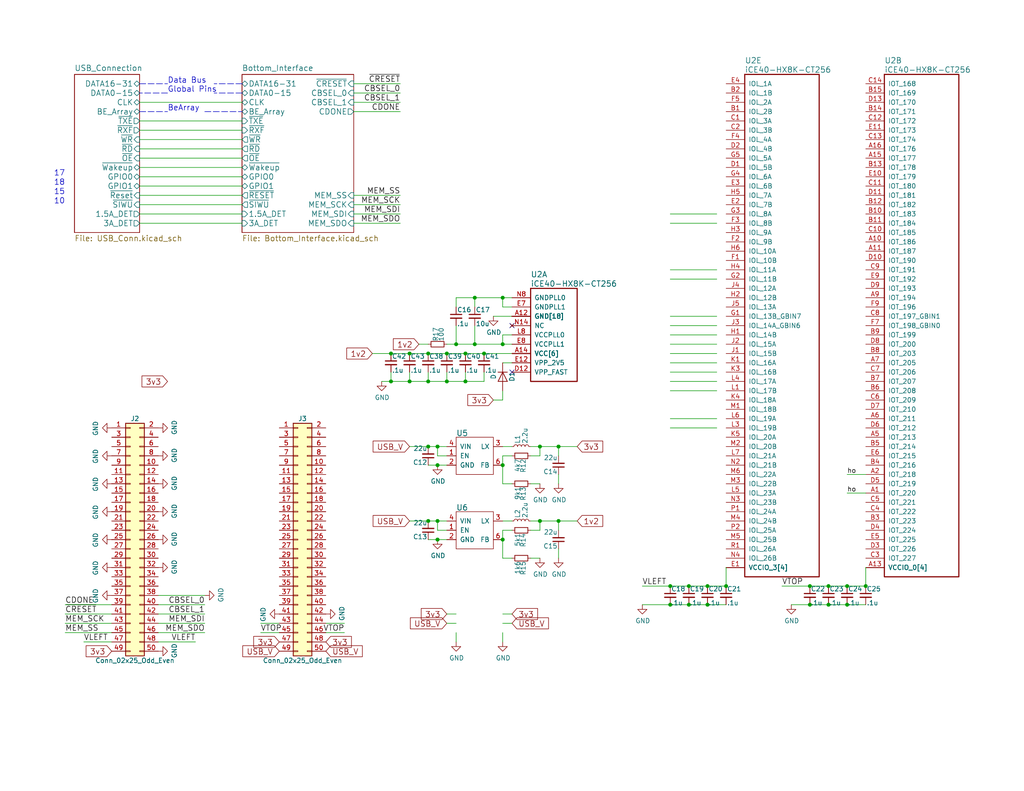
<source format=kicad_sch>
(kicad_sch (version 20211123) (generator eeschema)
  (paper "USLetter")
  (lib_symbols
    (symbol "Super_Blaster_v0.1-rescue:C_Small-Super_Blaster_v0.1-rescue" (pin_numbers hide) (pin_names (offset 0.254) hide)
      (property "Reference" "C" (at 0.254 1.778 0))
      (property "Value" "C_Small-Super_Blaster_v0.1-rescue" (at 0.254 -2.032 0))
      (symbol "C_Small-Super_Blaster_v0.1-rescue_1_1"
        (pin passive line (at 0 2.54 270) (length 2.032) (name "~") (number "1"))
        (pin passive line (at 0 -2.54 90) (length 2.032) (name "~") (number "2"))
      )
    )
    (symbol "Super_Blaster_v0.1-rescue:Conn_02x25_Odd_Even-Super_Blaster_v0.1-rescue" (pin_names (offset 1.016) hide)
      (property "Reference" "J" (at 1.27 33.02 0))
      (property "Value" "Conn_02x25_Odd_Even-Super_Blaster_v0.1-rescue" (at 1.27 -33.02 0))
      (symbol "Conn_02x25_Odd_Even-Super_Blaster_v0.1-rescue_1_1"
        (pin passive line (at -5.08 30.48 0) (length 3.81) (name "Pin_1") (number "1"))
        (pin passive line (at 7.62 20.32 180) (length 3.81) (name "Pin_10") (number "10"))
        (pin passive line (at -5.08 17.78 0) (length 3.81) (name "Pin_11") (number "11"))
        (pin passive line (at 7.62 17.78 180) (length 3.81) (name "Pin_12") (number "12"))
        (pin passive line (at -5.08 15.24 0) (length 3.81) (name "Pin_13") (number "13"))
        (pin passive line (at 7.62 15.24 180) (length 3.81) (name "Pin_14") (number "14"))
        (pin passive line (at -5.08 12.7 0) (length 3.81) (name "Pin_15") (number "15"))
        (pin passive line (at 7.62 12.7 180) (length 3.81) (name "Pin_16") (number "16"))
        (pin passive line (at -5.08 10.16 0) (length 3.81) (name "Pin_17") (number "17"))
        (pin passive line (at 7.62 10.16 180) (length 3.81) (name "Pin_18") (number "18"))
        (pin passive line (at -5.08 7.62 0) (length 3.81) (name "Pin_19") (number "19"))
        (pin passive line (at 7.62 30.48 180) (length 3.81) (name "Pin_2") (number "2"))
        (pin passive line (at 7.62 7.62 180) (length 3.81) (name "Pin_20") (number "20"))
        (pin passive line (at -5.08 5.08 0) (length 3.81) (name "Pin_21") (number "21"))
        (pin passive line (at 7.62 5.08 180) (length 3.81) (name "Pin_22") (number "22"))
        (pin passive line (at -5.08 2.54 0) (length 3.81) (name "Pin_23") (number "23"))
        (pin passive line (at 7.62 2.54 180) (length 3.81) (name "Pin_24") (number "24"))
        (pin passive line (at -5.08 0 0) (length 3.81) (name "Pin_25") (number "25"))
        (pin passive line (at 7.62 0 180) (length 3.81) (name "Pin_26") (number "26"))
        (pin passive line (at -5.08 -2.54 0) (length 3.81) (name "Pin_27") (number "27"))
        (pin passive line (at 7.62 -2.54 180) (length 3.81) (name "Pin_28") (number "28"))
        (pin passive line (at -5.08 -5.08 0) (length 3.81) (name "Pin_29") (number "29"))
        (pin passive line (at -5.08 27.94 0) (length 3.81) (name "Pin_3") (number "3"))
        (pin passive line (at 7.62 -5.08 180) (length 3.81) (name "Pin_30") (number "30"))
        (pin passive line (at -5.08 -7.62 0) (length 3.81) (name "Pin_31") (number "31"))
        (pin passive line (at 7.62 -7.62 180) (length 3.81) (name "Pin_32") (number "32"))
        (pin passive line (at -5.08 -10.16 0) (length 3.81) (name "Pin_33") (number "33"))
        (pin passive line (at 7.62 -10.16 180) (length 3.81) (name "Pin_34") (number "34"))
        (pin passive line (at -5.08 -12.7 0) (length 3.81) (name "Pin_35") (number "35"))
        (pin passive line (at 7.62 -12.7 180) (length 3.81) (name "Pin_36") (number "36"))
        (pin passive line (at -5.08 -15.24 0) (length 3.81) (name "Pin_37") (number "37"))
        (pin passive line (at 7.62 -15.24 180) (length 3.81) (name "Pin_38") (number "38"))
        (pin passive line (at -5.08 -17.78 0) (length 3.81) (name "Pin_39") (number "39"))
        (pin passive line (at 7.62 27.94 180) (length 3.81) (name "Pin_4") (number "4"))
        (pin passive line (at 7.62 -17.78 180) (length 3.81) (name "Pin_40") (number "40"))
        (pin passive line (at -5.08 -20.32 0) (length 3.81) (name "Pin_41") (number "41"))
        (pin passive line (at 7.62 -20.32 180) (length 3.81) (name "Pin_42") (number "42"))
        (pin passive line (at -5.08 -22.86 0) (length 3.81) (name "Pin_43") (number "43"))
        (pin passive line (at 7.62 -22.86 180) (length 3.81) (name "Pin_44") (number "44"))
        (pin passive line (at -5.08 -25.4 0) (length 3.81) (name "Pin_45") (number "45"))
        (pin passive line (at 7.62 -25.4 180) (length 3.81) (name "Pin_46") (number "46"))
        (pin passive line (at -5.08 -27.94 0) (length 3.81) (name "Pin_47") (number "47"))
        (pin passive line (at 7.62 -27.94 180) (length 3.81) (name "Pin_48") (number "48"))
        (pin passive line (at -5.08 -30.48 0) (length 3.81) (name "Pin_49") (number "49"))
        (pin passive line (at -5.08 25.4 0) (length 3.81) (name "Pin_5") (number "5"))
        (pin passive line (at 7.62 -30.48 180) (length 3.81) (name "Pin_50") (number "50"))
        (pin passive line (at 7.62 25.4 180) (length 3.81) (name "Pin_6") (number "6"))
        (pin passive line (at -5.08 22.86 0) (length 3.81) (name "Pin_7") (number "7"))
        (pin passive line (at 7.62 22.86 180) (length 3.81) (name "Pin_8") (number "8"))
        (pin passive line (at -5.08 20.32 0) (length 3.81) (name "Pin_9") (number "9"))
      )
    )
    (symbol "Super_Blaster_v0.1-rescue:D-Super_Blaster_v0.1-rescue" (pin_numbers hide) (pin_names (offset 1.016) hide)
      (property "Reference" "D" (at 0 2.54 0))
      (property "Value" "D-Super_Blaster_v0.1-rescue" (at 0 -2.54 0))
      (symbol "D-Super_Blaster_v0.1-rescue_1_1"
        (pin passive line (at -3.81 0 0) (length 2.54) (name "K") (number "1"))
        (pin passive line (at 3.81 0 180) (length 2.54) (name "A") (number "2"))
      )
    )
    (symbol "Super_Blaster_v0.1-rescue:L_Small-Super_Blaster_v0.1-rescue" (pin_numbers hide) (pin_names (offset 0.254) hide)
      (property "Reference" "L" (at 0.762 1.016 0))
      (property "Value" "L_Small-Super_Blaster_v0.1-rescue" (at 0.762 -1.016 0))
      (symbol "L_Small-Super_Blaster_v0.1-rescue_1_1"
        (pin passive line (at 0 2.54 270) (length 0.508) (name "~") (number "1"))
        (pin passive line (at 0 -2.54 90) (length 0.508) (name "~") (number "2"))
      )
    )
    (symbol "Super_Blaster_v0.1-rescue:REG_EN_GND_LX_VIN_NC_FB-Homebrew-Super_Blaster_v0.1-rescue" (pin_names (offset 1.016))
      (property "Reference" "U" (at -5.08 5.334 0))
      (symbol "REG_EN_GND_LX_VIN_NC_FB-Homebrew-Super_Blaster_v0.1-rescue_1_1"
        (pin input line (at -7.62 0 0) (length 2.54) (name "EN") (number "1"))
        (pin power_out line (at -7.62 -2.54 0) (length 2.54) (name "GND") (number "2"))
        (pin bidirectional line (at 7.62 2.54 180) (length 2.54) (name "LX") (number "3"))
        (pin power_in line (at -7.62 2.54 0) (length 2.54) (name "VIN") (number "4"))
        (pin input line (at 7.62 -2.54 180) (length 2.54) (name "FB") (number "6"))
      )
    )
    (symbol "Super_Blaster_v0.1-rescue:R_Small-Super_Blaster_v0.1-rescue" (pin_numbers hide) (pin_names (offset 0.254) hide)
      (property "Reference" "R" (at 0.762 0.508 0))
      (property "Value" "R_Small-Super_Blaster_v0.1-rescue" (at 0.762 -1.016 0))
      (symbol "R_Small-Super_Blaster_v0.1-rescue_1_1"
        (pin passive line (at 0 2.54 270) (length 0.762) (name "~") (number "1"))
        (pin passive line (at 0 -2.54 90) (length 0.762) (name "~") (number "2"))
      )
    )
    (symbol "Super_Blaster_v0.1-rescue:iCE40-HX8K-CT256-Homebrew-Super_Blaster_v0.1-rescue" (pin_names (offset 1.016))
      (property "Reference" "U" (at 5.08 6.35 0))
      (property "Value" "iCE40-HX8K-CT256-Homebrew-Super_Blaster_v0.1-rescue" (at 5.08 3.81 0))
      (symbol "iCE40-HX8K-CT256-Homebrew-Super_Blaster_v0.1-rescue_1_1"
        (pin power_in line (at 0 -5.08 0) (length 5.08) (name "GND[18]") (number "A12"))
        (pin power_in line (at 0 -15.24 0) (length 5.08) (name "VCC[6]") (number "A14"))
        (pin power_in line (at 0 -5.08 0) (length 5.08) (name "GND[18]") (number "A4"))
        (pin power_in line (at 0 -20.32 0) (length 5.08) (name "VPP_FAST") (number "D12"))
        (pin power_in line (at 0 -17.78 0) (length 5.08) (name "VPP_2V5") (number "E12"))
        (pin power_in line (at 0 -5.08 0) (length 5.08) (name "GND[18]") (number "E15"))
        (pin power_in line (at 0 -2.54 0) (length 5.08) (name "GNDPLL1") (number "E7"))
        (pin power_in line (at 0 -12.7 0) (length 5.08) (name "VCCPLL1") (number "E8"))
        (pin power_in line (at 0 -15.24 0) (length 5.08) (name "VCC[6]") (number "F10"))
        (pin power_in line (at 0 -15.24 0) (length 5.08) (name "VCC[6]") (number "F6"))
        (pin power_in line (at 0 -5.08 0) (length 5.08) (name "GND[18]") (number "G7"))
        (pin power_in line (at 0 -5.08 0) (length 5.08) (name "GND[18]") (number "G8"))
        (pin power_in line (at 0 -5.08 0) (length 5.08) (name "GND[18]") (number "G9"))
        (pin power_in line (at 0 -5.08 0) (length 5.08) (name "GND[18]") (number "H7"))
        (pin power_in line (at 0 -5.08 0) (length 5.08) (name "GND[18]") (number "H8"))
        (pin power_in line (at 0 -5.08 0) (length 5.08) (name "GND[18]") (number "H9"))
        (pin power_in line (at 0 -5.08 0) (length 5.08) (name "GND[18]") (number "J7"))
        (pin power_in line (at 0 -5.08 0) (length 5.08) (name "GND[18]") (number "J8"))
        (pin power_in line (at 0 -5.08 0) (length 5.08) (name "GND[18]") (number "J9"))
        (pin power_in line (at 0 -15.24 0) (length 5.08) (name "VCC[6]") (number "K10"))
        (pin power_in line (at 0 -5.08 0) (length 5.08) (name "GND[18]") (number "K2"))
        (pin power_in line (at 0 -15.24 0) (length 5.08) (name "VCC[6]") (number "K6"))
        (pin power_in line (at 0 -5.08 0) (length 5.08) (name "GND[18]") (number "K7"))
        (pin power_in line (at 0 -5.08 0) (length 5.08) (name "GND[18]") (number "L15"))
        (pin power_in line (at 0 -15.24 0) (length 5.08) (name "VCC[6]") (number "L2"))
        (pin power_in line (at 0 -10.16 0) (length 5.08) (name "VCCPLL0") (number "L8"))
        (pin no_connect line (at 0 -7.62 0) (length 5.08) (name "NC") (number "N14"))
        (pin power_in line (at 0 0 0) (length 5.08) (name "GNDPLL0") (number "N8"))
        (pin power_in line (at 0 -5.08 0) (length 5.08) (name "GND[18]") (number "R7"))
        (pin power_in line (at 0 -5.08 0) (length 5.08) (name "GND[18]") (number "T12"))
        (pin power_in line (at 0 -5.08 0) (length 5.08) (name "GND[18]") (number "T4"))
      )
      (symbol "iCE40-HX8K-CT256-Homebrew-Super_Blaster_v0.1-rescue_2_1"
        (pin bidirectional line (at 0 -111.76 0) (length 5.08) (name "IOT_220") (number "A1"))
        (pin bidirectional line (at 0 -43.18 0) (length 5.08) (name "IOT_186") (number "A10"))
        (pin bidirectional line (at 0 -45.72 0) (length 5.08) (name "IOT_187") (number "A11"))
        (pin power_in line (at 0 -132.08 0) (length 5.08) (name "VCCIO_0[4]") (number "A13"))
        (pin bidirectional line (at 0 -20.32 0) (length 5.08) (name "IOT_177") (number "A15"))
        (pin bidirectional line (at 0 -17.78 0) (length 5.08) (name "IOT_176") (number "A16"))
        (pin bidirectional line (at 0 -106.68 0) (length 5.08) (name "IOT_218") (number "A2"))
        (pin power_in line (at 0 -132.08 0) (length 5.08) (name "VCCIO_0[4]") (number "A3"))
        (pin bidirectional line (at 0 -96.52 0) (length 5.08) (name "IOT_213") (number "A5"))
        (pin bidirectional line (at 0 -91.44 0) (length 5.08) (name "IOT_211") (number "A6"))
        (pin bidirectional line (at 0 -76.2 0) (length 5.08) (name "IOT_205") (number "A7"))
        (pin power_in line (at 0 -132.08 0) (length 5.08) (name "VCCIO_0[4]") (number "A8"))
        (pin bidirectional line (at 0 -58.42 0) (length 5.08) (name "IOT_194") (number "A9"))
        (pin bidirectional line (at 0 -35.56 0) (length 5.08) (name "IOT_183") (number "B10"))
        (pin bidirectional line (at 0 -38.1 0) (length 5.08) (name "IOT_184") (number "B11"))
        (pin bidirectional line (at 0 -33.02 0) (length 5.08) (name "IOT_182") (number "B12"))
        (pin bidirectional line (at 0 -22.86 0) (length 5.08) (name "IOT_178") (number "B13"))
        (pin bidirectional line (at 0 -7.62 0) (length 5.08) (name "IOT_171") (number "B14"))
        (pin bidirectional line (at 0 -2.54 0) (length 5.08) (name "IOT_169") (number "B15"))
        (pin bidirectional line (at 0 -119.38 0) (length 5.08) (name "IOT_223") (number "B3"))
        (pin bidirectional line (at 0 -104.14 0) (length 5.08) (name "IOT_216") (number "B4"))
        (pin bidirectional line (at 0 -99.06 0) (length 5.08) (name "IOT_214") (number "B5"))
        (pin bidirectional line (at 0 -83.82 0) (length 5.08) (name "IOT_208") (number "B6"))
        (pin bidirectional line (at 0 -81.28 0) (length 5.08) (name "IOT_207") (number "B7"))
        (pin bidirectional line (at 0 -73.66 0) (length 5.08) (name "IOT_203") (number "B8"))
        (pin bidirectional line (at 0 -68.58 0) (length 5.08) (name "IOT_199") (number "B9"))
        (pin bidirectional line (at 0 -40.64 0) (length 5.08) (name "IOT_185") (number "C10"))
        (pin bidirectional line (at 0 -27.94 0) (length 5.08) (name "IOT_180") (number "C11"))
        (pin bidirectional line (at 0 -10.16 0) (length 5.08) (name "IOT_172") (number "C12"))
        (pin bidirectional line (at 0 -15.24 0) (length 5.08) (name "IOT_174") (number "C13"))
        (pin bidirectional line (at 0 0 0) (length 5.08) (name "IOT_168") (number "C14"))
        (pin bidirectional line (at 0 -129.54 0) (length 5.08) (name "IOT_227") (number "C3"))
        (pin bidirectional line (at 0 -116.84 0) (length 5.08) (name "IOT_222") (number "C4"))
        (pin bidirectional line (at 0 -114.3 0) (length 5.08) (name "IOT_221") (number "C5"))
        (pin bidirectional line (at 0 -86.36 0) (length 5.08) (name "IOT_209") (number "C6"))
        (pin bidirectional line (at 0 -78.74 0) (length 5.08) (name "IOT_206") (number "C7"))
        (pin bidirectional line (at 0 -63.5 0) (length 5.08) (name "IOT_197_GBIN1") (number "C8"))
        (pin bidirectional line (at 0 -50.8 0) (length 5.08) (name "IOT_191") (number "C9"))
        (pin bidirectional line (at 0 -48.26 0) (length 5.08) (name "IOT_190") (number "D10"))
        (pin bidirectional line (at 0 -30.48 0) (length 5.08) (name "IOT_181") (number "D11"))
        (pin bidirectional line (at 0 -5.08 0) (length 5.08) (name "IOT_170") (number "D13"))
        (pin bidirectional line (at 0 -127 0) (length 5.08) (name "IOT_226") (number "D3"))
        (pin bidirectional line (at 0 -121.92 0) (length 5.08) (name "IOT_224") (number "D4"))
        (pin bidirectional line (at 0 -109.22 0) (length 5.08) (name "IOT_219") (number "D5"))
        (pin bidirectional line (at 0 -93.98 0) (length 5.08) (name "IOT_212") (number "D6"))
        (pin bidirectional line (at 0 -88.9 0) (length 5.08) (name "IOT_210") (number "D7"))
        (pin bidirectional line (at 0 -71.12 0) (length 5.08) (name "IOT_200") (number "D8"))
        (pin bidirectional line (at 0 -55.88 0) (length 5.08) (name "IOT_193") (number "D9"))
        (pin bidirectional line (at 0 -25.4 0) (length 5.08) (name "IOT_179") (number "E10"))
        (pin bidirectional line (at 0 -12.7 0) (length 5.08) (name "IOT_173") (number "E11"))
        (pin bidirectional line (at 0 -124.46 0) (length 5.08) (name "IOT_225") (number "E5"))
        (pin bidirectional line (at 0 -101.6 0) (length 5.08) (name "IOT_215") (number "E6"))
        (pin bidirectional line (at 0 -53.34 0) (length 5.08) (name "IOT_192") (number "E9"))
        (pin bidirectional line (at 0 -66.04 0) (length 5.08) (name "IOT_198_GBIN0") (number "F7"))
        (pin power_in line (at 0 -132.08 0) (length 5.08) (name "VCCIO_0[4]") (number "F8"))
        (pin bidirectional line (at 0 -60.96 0) (length 5.08) (name "IOT_196") (number "F9"))
      )
      (symbol "iCE40-HX8K-CT256-Homebrew-Super_Blaster_v0.1-rescue_3_1"
        (pin bidirectional line (at 0 -124.46 0) (length 5.08) (name "IOR_165") (number "B16"))
        (pin power_in line (at 0 -132.08 0) (length 5.08) (name "VCCIO_1[4]") (number "C15"))
        (pin bidirectional line (at 0 -119.38 0) (length 5.08) (name "IOR_161") (number "C16"))
        (pin bidirectional line (at 0 -129.54 0) (length 5.08) (name "IOR_167") (number "D14"))
        (pin bidirectional line (at 0 -111.76 0) (length 5.08) (name "IOR_157") (number "D15"))
        (pin bidirectional line (at 0 -101.6 0) (length 5.08) (name "IOR_153") (number "D16"))
        (pin bidirectional line (at 0 -127 0) (length 5.08) (name "IOR_166") (number "E13"))
        (pin bidirectional line (at 0 -116.84 0) (length 5.08) (name "IOR_160") (number "E14"))
        (pin bidirectional line (at 0 -96.52 0) (length 5.08) (name "IOR_151") (number "E16"))
        (pin bidirectional line (at 0 -114.3 0) (length 5.08) (name "IOR_158") (number "F11"))
        (pin bidirectional line (at 0 -109.22 0) (length 5.08) (name "IOR_156") (number "F12"))
        (pin bidirectional line (at 0 -121.92 0) (length 5.08) (name "IOR_162") (number "F13"))
        (pin bidirectional line (at 0 -106.68 0) (length 5.08) (name "IOR_155") (number "F14"))
        (pin bidirectional line (at 0 -91.44 0) (length 5.08) (name "IOR_149") (number "F15"))
        (pin bidirectional line (at 0 -86.36 0) (length 5.08) (name "IOR_147") (number "F16"))
        (pin bidirectional line (at 0 -83.82 0) (length 5.08) (name "IOR_146") (number "G10"))
        (pin bidirectional line (at 0 -88.9 0) (length 5.08) (name "IOR_148") (number "G11"))
        (pin bidirectional line (at 0 -104.14 0) (length 5.08) (name "IOR_154") (number "G12"))
        (pin bidirectional line (at 0 -99.06 0) (length 5.08) (name "IOR_152") (number "G13"))
        (pin bidirectional line (at 0 -93.98 0) (length 5.08) (name "IOR_150") (number "G14"))
        (pin bidirectional line (at 0 -81.28 0) (length 5.08) (name "IOR_145") (number "G15"))
        (pin bidirectional line (at 0 -76.2 0) (length 5.08) (name "IOR_143") (number "G16"))
        (pin power_in line (at 0 -132.08 0) (length 5.08) (name "VCCIO_1[4]") (number "H10"))
        (pin bidirectional line (at 0 -68.58 0) (length 5.08) (name "IOR_140_GBIN3") (number "H11"))
        (pin bidirectional line (at 0 -78.74 0) (length 5.08) (name "IOR_144") (number "H12"))
        (pin bidirectional line (at 0 -66.04 0) (length 5.08) (name "IOR_139") (number "H13"))
        (pin bidirectional line (at 0 -73.66 0) (length 5.08) (name "IOR_142") (number "H14"))
        (pin power_in line (at 0 -132.08 0) (length 5.08) (name "VCCIO_1[4]") (number "H15"))
        (pin bidirectional line (at 0 -71.12 0) (length 5.08) (name "IOR_141_GBIN2") (number "H16"))
        (pin bidirectional line (at 0 -33.02 0) (length 5.08) (name "IOR_122") (number "J10"))
        (pin bidirectional line (at 0 -38.1 0) (length 5.08) (name "IOR_126") (number "J11"))
        (pin bidirectional line (at 0 -58.42 0) (length 5.08) (name "IOR_136") (number "J12"))
        (pin bidirectional line (at 0 -60.96 0) (length 5.08) (name "IOR_137") (number "J13"))
        (pin bidirectional line (at 0 -55.88 0) (length 5.08) (name "IOR_134") (number "J14"))
        (pin bidirectional line (at 0 -48.26 0) (length 5.08) (name "IOR_130") (number "J15"))
        (pin bidirectional line (at 0 -63.5 0) (length 5.08) (name "IOR_138") (number "J16"))
        (pin bidirectional line (at 0 -27.94 0) (length 5.08) (name "IOR_120") (number "K12"))
        (pin bidirectional line (at 0 -43.18 0) (length 5.08) (name "IOR_128") (number "K13"))
        (pin bidirectional line (at 0 -45.72 0) (length 5.08) (name "IOR_129") (number "K14"))
        (pin bidirectional line (at 0 -50.8 0) (length 5.08) (name "IOR_131") (number "K15"))
        (pin bidirectional line (at 0 -53.34 0) (length 5.08) (name "IOR_133") (number "K16"))
        (pin bidirectional line (at 0 -17.78 0) (length 5.08) (name "IOR_116") (number "L12"))
        (pin bidirectional line (at 0 -22.86 0) (length 5.08) (name "IOR_118") (number "L13"))
        (pin bidirectional line (at 0 -25.4 0) (length 5.08) (name "IOR_119") (number "L14"))
        (pin bidirectional line (at 0 -40.64 0) (length 5.08) (name "IOR_127") (number "L16"))
        (pin bidirectional line (at 0 -12.7 0) (length 5.08) (name "IOR_114") (number "M13"))
        (pin bidirectional line (at 0 -15.24 0) (length 5.08) (name "IOR_115") (number "M14"))
        (pin bidirectional line (at 0 -35.56 0) (length 5.08) (name "IOR_123") (number "M15"))
        (pin bidirectional line (at 0 -30.48 0) (length 5.08) (name "IOR_121") (number "M16"))
        (pin power_in line (at 0 -132.08 0) (length 5.08) (name "VCCIO_1[4]") (number "N15"))
        (pin bidirectional line (at 0 -20.32 0) (length 5.08) (name "IOR_117") (number "N16"))
        (pin bidirectional line (at 0 -5.08 0) (length 5.08) (name "IOR_111") (number "P14"))
        (pin bidirectional line (at 0 -7.62 0) (length 5.08) (name "IOR_112") (number "P15"))
        (pin bidirectional line (at 0 -10.16 0) (length 5.08) (name "IOR_113") (number "P16"))
        (pin bidirectional line (at 0 0 0) (length 5.08) (name "IOR_109") (number "R14"))
        (pin bidirectional line (at 0 -2.54 0) (length 5.08) (name "IOR_110") (number "R15"))
      )
      (symbol "iCE40-HX8K-CT256-Homebrew-Super_Blaster_v0.1-rescue_4_1"
        (pin bidirectional line (at 0 -116.84 0) (length 5.08) (name "IOB_103_CBSEL0") (number "K11"))
        (pin power_in line (at 0 -121.92 0) (length 5.08) (name "VCCIO_2[4]") (number "K8"))
        (pin bidirectional line (at 0 -73.66 0) (length 5.08) (name "IOB_82_GBIN4") (number "K9"))
        (pin bidirectional line (at 0 -81.28 0) (length 5.08) (name "IOB_85") (number "L10"))
        (pin bidirectional line (at 0 -106.68 0) (length 5.08) (name "IOB_99") (number "L11"))
        (pin bidirectional line (at 0 -53.34 0) (length 5.08) (name "IOB_74") (number "L9"))
        (pin output line (at 0 0 0) (length 5.08) (name "CDONE") (number "M10"))
        (pin bidirectional line (at 0 -99.06 0) (length 5.08) (name "IOB_93") (number "M11"))
        (pin bidirectional line (at 0 -111.76 0) (length 5.08) (name "IOB_101") (number "M12"))
        (pin bidirectional line (at 0 -33.02 0) (length 5.08) (name "IOB_64") (number "M7"))
        (pin bidirectional line (at 0 -40.64 0) (length 5.08) (name "IOB_68") (number "M8"))
        (pin bidirectional line (at 0 -68.58 0) (length 5.08) (name "IOB_80") (number "M9"))
        (pin bidirectional line (at 0 -86.36 0) (length 5.08) (name "IOB_87") (number "N10"))
        (pin input line (at 0 -2.54 0) (length 5.08) (name "CRESET_B") (number "N11"))
        (pin bidirectional line (at 0 -104.14 0) (length 5.08) (name "IOB_98") (number "N12"))
        (pin bidirectional line (at 0 -15.24 0) (length 5.08) (name "IOB_56") (number "N5"))
        (pin bidirectional line (at 0 -5.08 0) (length 5.08) (name "IOB_52") (number "N6"))
        (pin bidirectional line (at 0 -35.56 0) (length 5.08) (name "IOB_66") (number "N7"))
        (pin bidirectional line (at 0 -63.5 0) (length 5.08) (name "IOB_78") (number "N9"))
        (pin bidirectional line (at 0 -83.82 0) (length 5.08) (name "IOB_86") (number "P10"))
        (pin bidirectional line (at 0 -119.38 0) (length 5.08) (name "IOB_104_CBSEL1") (number "P13"))
        (pin power_in line (at 0 -121.92 0) (length 5.08) (name "VCCIO_2[4]") (number "P3"))
        (pin bidirectional line (at 0 -10.16 0) (length 5.08) (name "IOB_54") (number "P4"))
        (pin bidirectional line (at 0 -20.32 0) (length 5.08) (name "IOB_58") (number "P5"))
        (pin bidirectional line (at 0 -38.1 0) (length 5.08) (name "IOB_67") (number "P6"))
        (pin bidirectional line (at 0 -60.96 0) (length 5.08) (name "IOB_77") (number "P7"))
        (pin bidirectional line (at 0 -48.26 0) (length 5.08) (name "IOB_72") (number "P8"))
        (pin bidirectional line (at 0 -76.2 0) (length 5.08) (name "IOB_83") (number "P9"))
        (pin bidirectional line (at 0 -78.74 0) (length 5.08) (name "IOB_84") (number "R10"))
        (pin power_in line (at 0 -121.92 0) (length 5.08) (name "VCCIO_2[4]") (number "R13"))
        (pin bidirectional line (at 0 -114.3 0) (length 5.08) (name "IOB_102") (number "R16"))
        (pin bidirectional line (at 0 -12.7 0) (length 5.08) (name "IOB_55") (number "R2"))
        (pin bidirectional line (at 0 -22.86 0) (length 5.08) (name "IOB_59") (number "R3"))
        (pin bidirectional line (at 0 -30.48 0) (length 5.08) (name "IOB_63") (number "R4"))
        (pin bidirectional line (at 0 -25.4 0) (length 5.08) (name "IOB_60") (number "R5"))
        (pin bidirectional line (at 0 -45.72 0) (length 5.08) (name "IOB_71") (number "R6"))
        (pin power_in line (at 0 -121.92 0) (length 5.08) (name "VCCIO_2[4]") (number "R8"))
        (pin bidirectional line (at 0 -71.12 0) (length 5.08) (name "IOB_81_GBIN5") (number "R9"))
        (pin bidirectional line (at 0 -7.62 0) (length 5.08) (name "IOB_53") (number "T1"))
        (pin bidirectional line (at 0 -88.9 0) (length 5.08) (name "IOB_88") (number "T10"))
        (pin bidirectional line (at 0 -91.44 0) (length 5.08) (name "IOB_89") (number "T11"))
        (pin bidirectional line (at 0 -101.6 0) (length 5.08) (name "IOB_94") (number "T13"))
        (pin bidirectional line (at 0 -96.52 0) (length 5.08) (name "IOB_92") (number "T14"))
        (pin bidirectional line (at 0 -93.98 0) (length 5.08) (name "IOB_91") (number "T15"))
        (pin bidirectional line (at 0 -109.22 0) (length 5.08) (name "IOB_100") (number "T16"))
        (pin bidirectional line (at 0 -17.78 0) (length 5.08) (name "IOB_57") (number "T2"))
        (pin bidirectional line (at 0 -27.94 0) (length 5.08) (name "IOB_61") (number "T3"))
        (pin bidirectional line (at 0 -43.18 0) (length 5.08) (name "IOB_69") (number "T5"))
        (pin bidirectional line (at 0 -50.8 0) (length 5.08) (name "IOB_73") (number "T6"))
        (pin bidirectional line (at 0 -55.88 0) (length 5.08) (name "IOB_75") (number "T7"))
        (pin bidirectional line (at 0 -58.42 0) (length 5.08) (name "IOB_76") (number "T8"))
        (pin bidirectional line (at 0 -66.04 0) (length 5.08) (name "IOB_79") (number "T9"))
      )
      (symbol "iCE40-HX8K-CT256-Homebrew-Super_Blaster_v0.1-rescue_5_1"
        (pin bidirectional line (at 0 -7.62 0) (length 5.08) (name "IOL_2B") (number "B1"))
        (pin bidirectional line (at 0 -2.54 0) (length 5.08) (name "IOL_1B") (number "B2"))
        (pin bidirectional line (at 0 -10.16 0) (length 5.08) (name "IOL_3A") (number "C1"))
        (pin bidirectional line (at 0 -12.7 0) (length 5.08) (name "IOL_3B") (number "C2"))
        (pin bidirectional line (at 0 -22.86 0) (length 5.08) (name "IOL_5B") (number "D1"))
        (pin bidirectional line (at 0 -17.78 0) (length 5.08) (name "IOL_4B") (number "D2"))
        (pin power_in line (at 0 -132.08 0) (length 5.08) (name "VCCIO_3[4]") (number "E1"))
        (pin bidirectional line (at 0 -33.02 0) (length 5.08) (name "IOL_7B") (number "E2"))
        (pin bidirectional line (at 0 -27.94 0) (length 5.08) (name "IOL_6B") (number "E3"))
        (pin bidirectional line (at 0 0 0) (length 5.08) (name "IOL_1A") (number "E4"))
        (pin bidirectional line (at 0 -48.26 0) (length 5.08) (name "IOL_10B") (number "F1"))
        (pin bidirectional line (at 0 -43.18 0) (length 5.08) (name "IOL_9B") (number "F2"))
        (pin bidirectional line (at 0 -38.1 0) (length 5.08) (name "IOL_8B") (number "F3"))
        (pin bidirectional line (at 0 -15.24 0) (length 5.08) (name "IOL_4A") (number "F4"))
        (pin bidirectional line (at 0 -5.08 0) (length 5.08) (name "IOL_2A") (number "F5"))
        (pin bidirectional line (at 0 -63.5 0) (length 5.08) (name "IOL_13B_GBIN7") (number "G1"))
        (pin bidirectional line (at 0 -53.34 0) (length 5.08) (name "IOL_11B") (number "G2"))
        (pin bidirectional line (at 0 -35.56 0) (length 5.08) (name "IOL_8A") (number "G3"))
        (pin bidirectional line (at 0 -25.4 0) (length 5.08) (name "IOL_6A") (number "G4"))
        (pin bidirectional line (at 0 -20.32 0) (length 5.08) (name "IOL_5A") (number "G5"))
        (pin power_in line (at 0 -132.08 0) (length 5.08) (name "VCCIO_3[4]") (number "G6"))
        (pin bidirectional line (at 0 -68.58 0) (length 5.08) (name "IOL_14B") (number "H1"))
        (pin bidirectional line (at 0 -58.42 0) (length 5.08) (name "IOL_12B") (number "H2"))
        (pin bidirectional line (at 0 -40.64 0) (length 5.08) (name "IOL_9A") (number "H3"))
        (pin bidirectional line (at 0 -50.8 0) (length 5.08) (name "IOL_11A") (number "H4"))
        (pin bidirectional line (at 0 -30.48 0) (length 5.08) (name "IOL_7A") (number "H5"))
        (pin bidirectional line (at 0 -45.72 0) (length 5.08) (name "IOL_10A") (number "H6"))
        (pin bidirectional line (at 0 -73.66 0) (length 5.08) (name "IOL_15B") (number "J1"))
        (pin bidirectional line (at 0 -71.12 0) (length 5.08) (name "IOL_15A") (number "J2"))
        (pin bidirectional line (at 0 -66.04 0) (length 5.08) (name "IOL_14A_GBIN6") (number "J3"))
        (pin bidirectional line (at 0 -55.88 0) (length 5.08) (name "IOL_12A") (number "J4"))
        (pin bidirectional line (at 0 -60.96 0) (length 5.08) (name "IOL_13A") (number "J5"))
        (pin power_in line (at 0 -132.08 0) (length 5.08) (name "VCCIO_3[4]") (number "J6"))
        (pin bidirectional line (at 0 -76.2 0) (length 5.08) (name "IOL_16A") (number "K1"))
        (pin bidirectional line (at 0 -78.74 0) (length 5.08) (name "IOL_16B") (number "K3"))
        (pin bidirectional line (at 0 -86.36 0) (length 5.08) (name "IOL_18A") (number "K4"))
        (pin bidirectional line (at 0 -96.52 0) (length 5.08) (name "IOL_20A") (number "K5"))
        (pin bidirectional line (at 0 -83.82 0) (length 5.08) (name "IOL_17B") (number "L1"))
        (pin bidirectional line (at 0 -93.98 0) (length 5.08) (name "IOL_19B") (number "L3"))
        (pin bidirectional line (at 0 -81.28 0) (length 5.08) (name "IOL_17A") (number "L4"))
        (pin bidirectional line (at 0 -111.76 0) (length 5.08) (name "IOL_23A") (number "L5"))
        (pin bidirectional line (at 0 -91.44 0) (length 5.08) (name "IOL_19A") (number "L6"))
        (pin bidirectional line (at 0 -101.6 0) (length 5.08) (name "IOL_21A") (number "L7"))
        (pin bidirectional line (at 0 -88.9 0) (length 5.08) (name "IOL_18B") (number "M1"))
        (pin bidirectional line (at 0 -99.06 0) (length 5.08) (name "IOL_20B") (number "M2"))
        (pin bidirectional line (at 0 -109.22 0) (length 5.08) (name "IOL_22B") (number "M3"))
        (pin bidirectional line (at 0 -119.38 0) (length 5.08) (name "IOL_24B") (number "M4"))
        (pin bidirectional line (at 0 -124.46 0) (length 5.08) (name "IOL_25B") (number "M5"))
        (pin bidirectional line (at 0 -106.68 0) (length 5.08) (name "IOL_22A") (number "M6"))
        (pin power_in line (at 0 -132.08 0) (length 5.08) (name "VCCIO_3[4]") (number "N1"))
        (pin bidirectional line (at 0 -104.14 0) (length 5.08) (name "IOL_21B") (number "N2"))
        (pin bidirectional line (at 0 -114.3 0) (length 5.08) (name "IOL_23B") (number "N3"))
        (pin bidirectional line (at 0 -129.54 0) (length 5.08) (name "IOL_26B") (number "N4"))
        (pin bidirectional line (at 0 -116.84 0) (length 5.08) (name "IOL_24A") (number "P1"))
        (pin bidirectional line (at 0 -121.92 0) (length 5.08) (name "IOL_25A") (number "P2"))
        (pin bidirectional line (at 0 -127 0) (length 5.08) (name "IOL_26A") (number "R1"))
      )
      (symbol "iCE40-HX8K-CT256-Homebrew-Super_Blaster_v0.1-rescue_6_1"
        (pin power_in line (at 0 -10.16 0) (length 5.08) (name "VCC_SPI") (number "N13"))
        (pin bidirectional line (at 0 -2.54 0) (length 5.08) (name "IOB_106_SDI") (number "P11"))
        (pin bidirectional line (at 0 0 0) (length 5.08) (name "IOB_105_SDO") (number "P12"))
        (pin bidirectional line (at 0 -5.08 0) (length 5.08) (name "IOB_107_SCK") (number "R11"))
        (pin bidirectional line (at 0 -7.62 0) (length 5.08) (name "IOB_108_SS") (number "R12"))
      )
    )
    (symbol "power:GND" (power) (pin_names (offset 0))
      (property "Value" "GND" (at 0 -3.81 0))
      (symbol "GND_1_1"
        (pin power_in line (at 0 0 270) (length 0) hide (name "GND") (number "1"))
      )
    )
  )
  (junction (at 231.14 160.02))
  (junction (at 119.38 142.24))
  (junction (at 137.16 81.28))
  (junction (at 119.38 121.92))
  (junction (at 116.84 121.92))
  (junction (at 106.68 96.52))
  (junction (at 106.68 104.14))
  (junction (at 220.98 160.02))
  (junction (at 127 104.14))
  (junction (at 147.32 121.92))
  (junction (at 182.88 160.02))
  (junction (at 121.92 96.52))
  (junction (at 124.46 93.98))
  (junction (at 132.08 96.52))
  (junction (at 121.92 104.14))
  (junction (at 119.38 147.32))
  (junction (at 137.16 93.98))
  (junction (at 193.04 160.02))
  (junction (at 187.96 165.1))
  (junction (at 111.76 96.52))
  (junction (at 111.76 104.14))
  (junction (at 147.32 142.24))
  (junction (at 226.06 160.02))
  (junction (at 119.38 127))
  (junction (at 152.4 142.24))
  (junction (at 127 96.52))
  (junction (at 137.16 127))
  (junction (at 137.16 147.32))
  (junction (at 182.88 165.1))
  (junction (at 129.54 81.28))
  (junction (at 236.22 160.02))
  (junction (at 193.04 165.1))
  (junction (at 231.14 165.1))
  (junction (at 129.54 93.98))
  (junction (at 116.84 142.24))
  (junction (at 220.98 165.1))
  (junction (at 152.4 121.92))
  (junction (at 116.84 96.52))
  (junction (at 116.84 104.14))
  (junction (at 198.12 160.02))
  (junction (at 187.96 160.02))
  (junction (at 226.06 165.1))
  (no_connect (at 139.7 101.6))
  (no_connect (at 139.7 88.9))
  (wire (pts (xy 109.22 60.96) (xy 96.52 60.96)))
  (wire (pts (xy 121.92 101.6) (xy 121.92 104.14)))
  (wire (pts (xy 137.16 106.68) (xy 137.16 109.22)))
  (wire (pts (xy 111.76 104.14) (xy 116.84 104.14)))
  (wire (pts (xy 119.38 142.24) (xy 121.92 142.24)))
  (wire (pts (xy 22.86 175.26) (xy 30.48 175.26)))
  (wire (pts (xy 17.78 172.72) (xy 30.48 172.72)))
  (wire (pts (xy 137.16 109.22) (xy 134.62 109.22)))
  (wire (pts (xy 55.88 162.56) (xy 43.18 162.56)))
  (wire (pts (xy 119.38 124.46) (xy 119.38 121.92)))
  (wire (pts (xy 38.1 40.64) (xy 66.04 40.64)))
  (wire (pts (xy 17.78 167.64) (xy 30.48 167.64)))
  (wire (pts (xy 66.04 43.18) (xy 38.1 43.18)))
  (wire (pts (xy 137.16 99.06) (xy 139.7 99.06)))
  (wire (pts (xy 231.14 129.54) (xy 236.22 129.54)))
  (wire (pts (xy 129.54 88.9) (xy 129.54 93.98)))
  (wire (pts (xy 106.68 104.14) (xy 111.76 104.14)))
  (wire (pts (xy 53.34 175.26) (xy 43.18 175.26)))
  (wire (pts (xy 38.1 55.88) (xy 66.04 55.88)))
  (wire (pts (xy 124.46 175.26) (xy 124.46 172.72)))
  (wire (pts (xy 195.58 91.44) (xy 182.88 91.44)))
  (wire (pts (xy 119.38 144.78) (xy 119.38 142.24)))
  (wire (pts (xy 231.14 160.02) (xy 236.22 160.02)))
  (wire (pts (xy 182.88 116.84) (xy 195.58 116.84)))
  (polyline (pts (xy 45.72 25.4) (xy 38.1 25.4)))
  (wire (pts (xy 116.84 142.24) (xy 119.38 142.24)))
  (wire (pts (xy 187.96 165.1) (xy 193.04 165.1)))
  (wire (pts (xy 129.54 93.98) (xy 137.16 93.98)))
  (wire (pts (xy 121.92 124.46) (xy 119.38 124.46)))
  (polyline (pts (xy 66.04 22.86) (xy 58.42 22.86)))
  (wire (pts (xy 152.4 132.08) (xy 152.4 129.54)))
  (wire (pts (xy 182.88 60.96) (xy 195.58 60.96)))
  (wire (pts (xy 96.52 58.42) (xy 109.22 58.42)))
  (wire (pts (xy 109.22 30.48) (xy 96.52 30.48)))
  (wire (pts (xy 114.3 93.98) (xy 116.84 93.98)))
  (wire (pts (xy 152.4 152.4) (xy 152.4 149.86)))
  (wire (pts (xy 111.76 121.92) (xy 116.84 121.92)))
  (wire (pts (xy 55.88 172.72) (xy 43.18 172.72)))
  (wire (pts (xy 104.14 104.14) (xy 106.68 104.14)))
  (wire (pts (xy 116.84 147.32) (xy 119.38 147.32)))
  (wire (pts (xy 152.4 142.24) (xy 157.48 142.24)))
  (wire (pts (xy 101.6 96.52) (xy 106.68 96.52)))
  (wire (pts (xy 139.7 121.92) (xy 137.16 121.92)))
  (wire (pts (xy 121.92 93.98) (xy 124.46 93.98)))
  (wire (pts (xy 134.62 86.36) (xy 139.7 86.36)))
  (wire (pts (xy 121.92 104.14) (xy 127 104.14)))
  (wire (pts (xy 137.16 93.98) (xy 139.7 93.98)))
  (wire (pts (xy 193.04 160.02) (xy 198.12 160.02)))
  (wire (pts (xy 144.78 132.08) (xy 147.32 132.08)))
  (wire (pts (xy 137.16 124.46) (xy 139.7 124.46)))
  (wire (pts (xy 144.78 124.46) (xy 147.32 124.46)))
  (wire (pts (xy 124.46 81.28) (xy 129.54 81.28)))
  (wire (pts (xy 38.1 45.72) (xy 66.04 45.72)))
  (wire (pts (xy 38.1 35.56) (xy 66.04 35.56)))
  (wire (pts (xy 152.4 144.78) (xy 152.4 142.24)))
  (wire (pts (xy 38.1 50.8) (xy 66.04 50.8)))
  (wire (pts (xy 38.1 53.34) (xy 66.04 53.34)))
  (wire (pts (xy 193.04 165.1) (xy 198.12 165.1)))
  (wire (pts (xy 137.16 144.78) (xy 139.7 144.78)))
  (wire (pts (xy 38.1 33.02) (xy 66.04 33.02)))
  (wire (pts (xy 137.16 91.44) (xy 137.16 93.98)))
  (wire (pts (xy 182.88 99.06) (xy 195.58 99.06)))
  (wire (pts (xy 71.12 170.18) (xy 76.2 170.18)))
  (wire (pts (xy 127 104.14) (xy 127 101.6)))
  (wire (pts (xy 111.76 142.24) (xy 116.84 142.24)))
  (wire (pts (xy 139.7 83.82) (xy 137.16 83.82)))
  (wire (pts (xy 137.16 127) (xy 137.16 132.08)))
  (wire (pts (xy 121.92 144.78) (xy 119.38 144.78)))
  (wire (pts (xy 182.88 101.6) (xy 195.58 101.6)))
  (wire (pts (xy 175.26 160.02) (xy 182.88 160.02)))
  (wire (pts (xy 137.16 170.18) (xy 139.7 170.18)))
  (wire (pts (xy 182.88 73.66) (xy 195.58 73.66)))
  (wire (pts (xy 129.54 83.82) (xy 129.54 81.28)))
  (wire (pts (xy 137.16 152.4) (xy 139.7 152.4)))
  (polyline (pts (xy 38.1 22.86) (xy 45.72 22.86)))
  (wire (pts (xy 124.46 81.28) (xy 124.46 83.82)))
  (wire (pts (xy 17.78 170.18) (xy 30.48 170.18)))
  (wire (pts (xy 111.76 101.6) (xy 111.76 104.14)))
  (wire (pts (xy 182.88 160.02) (xy 187.96 160.02)))
  (wire (pts (xy 147.32 142.24) (xy 152.4 142.24)))
  (wire (pts (xy 137.16 142.24) (xy 139.7 142.24)))
  (wire (pts (xy 121.92 96.52) (xy 127 96.52)))
  (wire (pts (xy 152.4 121.92) (xy 157.48 121.92)))
  (wire (pts (xy 55.88 167.64) (xy 43.18 167.64)))
  (wire (pts (xy 119.38 147.32) (xy 121.92 147.32)))
  (wire (pts (xy 182.88 114.3) (xy 195.58 114.3)))
  (wire (pts (xy 119.38 121.92) (xy 121.92 121.92)))
  (wire (pts (xy 236.22 160.02) (xy 236.22 154.94)))
  (wire (pts (xy 119.38 127) (xy 121.92 127)))
  (wire (pts (xy 124.46 93.98) (xy 129.54 93.98)))
  (wire (pts (xy 137.16 83.82) (xy 137.16 81.28)))
  (wire (pts (xy 43.18 170.18) (xy 55.88 170.18)))
  (polyline (pts (xy 38.1 30.48) (xy 45.72 30.48)))
  (wire (pts (xy 127 96.52) (xy 132.08 96.52)))
  (wire (pts (xy 106.68 96.52) (xy 111.76 96.52)))
  (wire (pts (xy 38.1 58.42) (xy 66.04 58.42)))
  (wire (pts (xy 109.22 27.94) (xy 96.52 27.94)))
  (polyline (pts (xy 55.88 30.48) (xy 66.04 30.48)))
  (wire (pts (xy 147.32 144.78) (xy 147.32 142.24)))
  (wire (pts (xy 137.16 172.72) (xy 137.16 175.26)))
  (wire (pts (xy 17.78 165.1) (xy 30.48 165.1)))
  (wire (pts (xy 38.1 27.94) (xy 66.04 27.94)))
  (wire (pts (xy 231.14 134.62) (xy 236.22 134.62)))
  (wire (pts (xy 66.04 38.1) (xy 38.1 38.1)))
  (wire (pts (xy 182.88 165.1) (xy 187.96 165.1)))
  (wire (pts (xy 137.16 132.08) (xy 139.7 132.08)))
  (wire (pts (xy 187.96 160.02) (xy 193.04 160.02)))
  (wire (pts (xy 106.68 104.14) (xy 106.68 101.6)))
  (wire (pts (xy 220.98 165.1) (xy 226.06 165.1)))
  (wire (pts (xy 55.88 165.1) (xy 43.18 165.1)))
  (wire (pts (xy 137.16 81.28) (xy 139.7 81.28)))
  (wire (pts (xy 137.16 124.46) (xy 137.16 127)))
  (wire (pts (xy 93.98 170.18) (xy 88.9 170.18)))
  (wire (pts (xy 137.16 147.32) (xy 137.16 152.4)))
  (wire (pts (xy 182.88 58.42) (xy 195.58 58.42)))
  (wire (pts (xy 109.22 53.34) (xy 96.52 53.34)))
  (wire (pts (xy 38.1 48.26) (xy 66.04 48.26)))
  (wire (pts (xy 182.88 106.68) (xy 195.58 106.68)))
  (wire (pts (xy 182.88 93.98) (xy 195.58 93.98)))
  (wire (pts (xy 226.06 165.1) (xy 231.14 165.1)))
  (wire (pts (xy 109.22 22.86) (xy 96.52 22.86)))
  (wire (pts (xy 71.12 172.72) (xy 76.2 172.72)))
  (wire (pts (xy 132.08 96.52) (xy 139.7 96.52)))
  (wire (pts (xy 213.36 160.02) (xy 220.98 160.02)))
  (wire (pts (xy 38.1 60.96) (xy 66.04 60.96)))
  (wire (pts (xy 111.76 96.52) (xy 116.84 96.52)))
  (wire (pts (xy 144.78 144.78) (xy 147.32 144.78)))
  (wire (pts (xy 139.7 91.44) (xy 137.16 91.44)))
  (wire (pts (xy 220.98 160.02) (xy 226.06 160.02)))
  (wire (pts (xy 175.26 165.1) (xy 182.88 165.1)))
  (wire (pts (xy 147.32 124.46) (xy 147.32 121.92)))
  (wire (pts (xy 124.46 88.9) (xy 124.46 93.98)))
  (wire (pts (xy 182.88 104.14) (xy 195.58 104.14)))
  (wire (pts (xy 144.78 142.24) (xy 147.32 142.24)))
  (wire (pts (xy 116.84 96.52) (xy 121.92 96.52)))
  (wire (pts (xy 182.88 88.9) (xy 195.58 88.9)))
  (wire (pts (xy 109.22 25.4) (xy 96.52 25.4)))
  (wire (pts (xy 116.84 121.92) (xy 119.38 121.92)))
  (wire (pts (xy 129.54 81.28) (xy 137.16 81.28)))
  (wire (pts (xy 198.12 160.02) (xy 198.12 154.94)))
  (wire (pts (xy 121.92 170.18) (xy 124.46 170.18)))
  (wire (pts (xy 137.16 167.64) (xy 139.7 167.64)))
  (wire (pts (xy 144.78 152.4) (xy 147.32 152.4)))
  (wire (pts (xy 226.06 160.02) (xy 231.14 160.02)))
  (wire (pts (xy 116.84 104.14) (xy 121.92 104.14)))
  (wire (pts (xy 144.78 121.92) (xy 147.32 121.92)))
  (wire (pts (xy 127 104.14) (xy 132.08 104.14)))
  (wire (pts (xy 132.08 104.14) (xy 132.08 101.6)))
  (wire (pts (xy 121.92 167.64) (xy 124.46 167.64)))
  (wire (pts (xy 116.84 127) (xy 119.38 127)))
  (wire (pts (xy 93.98 172.72) (xy 88.9 172.72)))
  (wire (pts (xy 215.9 165.1) (xy 220.98 165.1)))
  (wire (pts (xy 137.16 144.78) (xy 137.16 147.32)))
  (wire (pts (xy 109.22 55.88) (xy 96.52 55.88)))
  (wire (pts (xy 152.4 124.46) (xy 152.4 121.92)))
  (wire (pts (xy 182.88 96.52) (xy 195.58 96.52)))
  (wire (pts (xy 231.14 165.1) (xy 236.22 165.1)))
  (wire (pts (xy 195.58 76.2) (xy 182.88 76.2)))
  (wire (pts (xy 147.32 121.92) (xy 152.4 121.92)))
  (polyline (pts (xy 66.04 25.4) (xy 58.42 25.4)))
  (wire (pts (xy 182.88 86.36) (xy 195.58 86.36)))
  (wire (pts (xy 116.84 101.6) (xy 116.84 104.14)))
  (text "BeArray" (at 45.72 30.48 0) (effects (font (size 1.524 1.524)) (justify left bottom)))
  (text "15" (at 17.78 53.34 180) (effects (font (size 1.524 1.524)) (justify right bottom)))
  (text "https://www.digikey.com/product-detail/en/texas-instruments/TXS0108EQPWRQ1/296-42401-1-ND/5356982\n" (at 287.02 12.7 0) (effects (font (size 1.524 1.524)) (justify left bottom)))
  (text "18" (at 17.78 50.8 180) (effects (font (size 1.524 1.524)) (justify right bottom)))
  (text "Data Bus \nGlobal Pins" (at 45.72 25.4 0) (effects (font (size 1.524 1.524)) (justify left bottom)))
  (text "10" (at 17.78 55.88 180) (effects (font (size 1.524 1.524)) (justify right bottom)))
  (text "17" (at 17.78 48.26 180) (effects (font (size 1.524 1.524)) (justify right bottom)))
  (label "CBSEL_0" (at 109.22 25.4 180) (effects (font (size 1.524 1.524))))
  (label "MEM_SDO" (at 55.88 172.72 180) (effects (font (size 1.524 1.524))))
  (label "CBSEL_0" (at 55.88 165.1 180) (effects (font (size 1.524 1.524))))
  (label "MEM_SDI" (at 109.22 58.42 180) (effects (font (size 1.524 1.524))))
  (label "MEM_SDI" (at 55.88 170.18 180) (effects (font (size 1.524 1.524))))
  (label "MEM_SCK" (at 109.22 55.88 180) (effects (font (size 1.524 1.524))))
  (label "VLEFT" (at 22.86 175.26 0) (effects (font (size 1.524 1.524))))
  (label "VTOP" (at 93.98 172.72 180) (effects (font (size 1.524 1.524))))
  (label "MEM_SDO" (at 109.22 60.96 180) (effects (font (size 1.524 1.524))))
  (label "CBSEL_1" (at 109.22 27.94 180) (effects (font (size 1.524 1.524))))
  (label "VLEFT" (at 53.34 175.26 180) (effects (font (size 1.524 1.524))))
  (label "MEM_SS" (at 109.22 53.34 180) (effects (font (size 1.524 1.524))))
  (label "MEM_SCK" (at 17.78 170.18 0) (effects (font (size 1.524 1.524))))
  (label "ho" (at 231.14 134.62 0))
  (label "VTOP" (at 71.12 172.72 0) (effects (font (size 1.524 1.524))))
  (label "CDONE" (at 17.78 165.1 0) (effects (font (size 1.524 1.524))))
  (label "VLEFT" (at 175.26 160.02 0) (effects (font (size 1.524 1.524))))
  (label "~{CRESET}" (at 17.78 167.64 0) (effects (font (size 1.524 1.524))))
  (label "ho" (at 231.14 129.54 0))
  (label "VTOP" (at 213.36 160.02 0) (effects (font (size 1.524 1.524))))
  (label "MEM_SS" (at 17.78 172.72 0) (effects (font (size 1.524 1.524))))
  (label "~{CRESET}" (at 109.22 22.86 180) (effects (font (size 1.524 1.524))))
  (label "CBSEL_1" (at 55.88 167.64 180) (effects (font (size 1.524 1.524))))
  (label "CDONE" (at 109.22 30.48 180) (effects (font (size 1.524 1.524))))
  (global_label "USB_V" (shape input) (at 111.76 121.92 180) (effects (font (size 1.524 1.524))) (property "Intersheet References" "${INTERSHEET_REFS}" (effects hide)))
  (global_label "USB_V" (shape input) (at 111.76 142.24 180) (effects (font (size 1.524 1.524))) (property "Intersheet References" "${INTERSHEET_REFS}" (effects hide)))
  (global_label "1v2" (shape input) (at 157.48 142.24 0) (effects (font (size 1.524 1.524))) (property "Intersheet References" "${INTERSHEET_REFS}" (effects hide)))
  (global_label "1v2" (shape input) (at 114.3 93.98 180) (effects (font (size 1.524 1.524))) (property "Intersheet References" "${INTERSHEET_REFS}" (effects hide)))
  (global_label "USB_V" (shape input) (at 76.2 177.8 180) (effects (font (size 1.524 1.524))) (property "Intersheet References" "${INTERSHEET_REFS}" (effects hide)))
  (global_label "3v3" (shape input) (at 157.48 121.92 0) (effects (font (size 1.524 1.524))) (property "Intersheet References" "${INTERSHEET_REFS}" (effects hide)))
  (global_label "USB_V" (shape input) (at 121.92 170.18 180) (effects (font (size 1.524 1.524))) (property "Intersheet References" "${INTERSHEET_REFS}" (effects hide)))
  (global_label "3v3" (shape input) (at 88.9 175.26 0) (effects (font (size 1.524 1.524))) (property "Intersheet References" "${INTERSHEET_REFS}" (effects hide)))
  (global_label "3v3" (shape input) (at 139.7 167.64 0) (effects (font (size 1.524 1.524))) (property "Intersheet References" "${INTERSHEET_REFS}" (effects hide)))
  (global_label "USB_V" (shape input) (at 139.7 170.18 0) (effects (font (size 1.524 1.524))) (property "Intersheet References" "${INTERSHEET_REFS}" (effects hide)))
  (global_label "1v2" (shape input) (at 101.6 96.52 180) (effects (font (size 1.524 1.524))) (property "Intersheet References" "${INTERSHEET_REFS}" (effects hide)))
  (global_label "USB_V" (shape input) (at 88.9 177.8 0) (effects (font (size 1.524 1.524))) (property "Intersheet References" "${INTERSHEET_REFS}" (effects hide)))
  (global_label "3v3" (shape input) (at 121.92 167.64 180) (effects (font (size 1.524 1.524))) (property "Intersheet References" "${INTERSHEET_REFS}" (effects hide)))
  (global_label "3v3" (shape input) (at 134.62 109.22 180) (effects (font (size 1.524 1.524))) (property "Intersheet References" "${INTERSHEET_REFS}" (effects hide)))
  (global_label "3v3" (shape input) (at 30.48 177.8 180) (effects (font (size 1.524 1.524))) (property "Intersheet References" "${INTERSHEET_REFS}" (effects hide)))
  (global_label "3v3" (shape input) (at 76.2 175.26 180) (effects (font (size 1.524 1.524))) (property "Intersheet References" "${INTERSHEET_REFS}" (effects hide)))
  (global_label "3v3" (shape input) (at 45.72 104.14 180) (effects (font (size 1.524 1.524))) (property "Intersheet References" "${INTERSHEET_REFS}" (effects hide)))
  (symbol (lib_id "Super_Blaster_v0.1-rescue:iCE40-HX8K-CT256-Homebrew-Super_Blaster_v0.1-rescue") (at 139.7 81.28 0) (unit 1)
    (property "Reference" "U2" (at 144.78 74.93 0) (effects (font (size 1.524 1.524)) (justify left)))
    (property "Value" "iCE40-HX8K-CT256" (at 144.78 77.47 0) (effects (font (size 1.524 1.524)) (justify left)))
    (property "Footprint" "Homebrew:caBGA_256_.8p_14x14mm" (effects hide))
  )
  (symbol (lib_id "Super_Blaster_v0.1-rescue:iCE40-HX8K-CT256-Homebrew-Super_Blaster_v0.1-rescue") (at 236.22 22.86 0) (unit 2)
    (property "Reference" "U2" (at 241.3 16.51 0) (effects (font (size 1.524 1.524)) (justify left)))
    (property "Value" "iCE40-HX8K-CT256" (at 241.3 19.05 0) (effects (font (size 1.524 1.524)) (justify left)))
    (property "Footprint" "Homebrew:caBGA_256_.8p_14x14mm" (effects hide))
  )
  (symbol (lib_id "Super_Blaster_v0.1-rescue:iCE40-HX8K-CT256-Homebrew-Super_Blaster_v0.1-rescue") (at 198.12 22.86 0) (unit 5)
    (property "Reference" "U2" (at 203.2 16.51 0) (effects (font (size 1.524 1.524)) (justify left)))
    (property "Value" "iCE40-HX8K-CT256" (at 203.2 19.05 0) (effects (font (size 1.524 1.524)) (justify left)))
    (property "Footprint" "Homebrew:caBGA_256_.8p_14x14mm" (effects hide))
  )
  (symbol (lib_id "power:GND") (at 134.62 86.36 0) (unit 1)
    (property "Reference" "#PWR022" (effects hide))
    (property "Value" "GND" (at 134.747 90.7542 0))
  )
  (symbol (lib_id "power:GND") (at 124.46 175.26 0) (unit 1)
    (property "Reference" "#PWR021" (effects hide))
    (property "Value" "GND" (at 124.587 179.6542 0))
  )
  (symbol (lib_id "power:GND") (at 137.16 175.26 0) (unit 1)
    (property "Reference" "#PWR023" (effects hide))
    (property "Value" "GND" (at 137.287 179.6542 0))
  )
  (symbol (lib_id "Super_Blaster_v0.1-rescue:R_Small-Super_Blaster_v0.1-rescue") (at 142.24 132.08 270) (unit 1)
    (property "Reference" "R13" (at 142.748 132.842 0) (effects (justify left)))
    (property "Value" "9k1" (at 141.224 132.842 0) (effects (justify left)))
    (property "Footprint" "Resistors_SMD:R_0402" (effects hide))
  )
  (symbol (lib_id "Super_Blaster_v0.1-rescue:REG_EN_GND_LX_VIN_NC_FB-Homebrew-Super_Blaster_v0.1-rescue") (at 129.54 124.46 0) (unit 1)
    (property "Reference" "U5" (at 124.46 119.126 0) (effects (font (size 1.524 1.524)) (justify left bottom)))
    (property "Value" "REG_EN_GND_LX_VIN_NC_FB" (effects hide))
    (property "Footprint" "Package_TO_SOT_SMD:TSOT-23-6" (effects hide))
  )
  (symbol (lib_id "power:GND") (at 119.38 147.32 0) (unit 1)
    (property "Reference" "#PWR020" (effects hide))
    (property "Value" "GND" (at 119.507 151.7142 0))
  )
  (symbol (lib_id "power:GND") (at 119.38 127 0) (unit 1)
    (property "Reference" "#PWR019" (effects hide))
    (property "Value" "GND" (at 119.507 131.3942 0))
  )
  (symbol (lib_id "Super_Blaster_v0.1-rescue:R_Small-Super_Blaster_v0.1-rescue") (at 142.24 124.46 270) (unit 1)
    (property "Reference" "R12" (at 142.748 125.222 0) (effects (justify left)))
    (property "Value" "4k7" (at 141.224 125.222 0) (effects (justify left)))
    (property "Footprint" "Resistors_SMD:R_0402" (effects hide))
  )
  (symbol (lib_id "Super_Blaster_v0.1-rescue:R_Small-Super_Blaster_v0.1-rescue") (at 142.24 152.4 270) (unit 1)
    (property "Reference" "R15" (at 142.748 153.162 0) (effects (justify left)))
    (property "Value" "1k6" (at 141.224 153.162 0) (effects (justify left)))
    (property "Footprint" "Resistors_SMD:R_0402" (effects hide))
  )
  (symbol (lib_id "Super_Blaster_v0.1-rescue:R_Small-Super_Blaster_v0.1-rescue") (at 142.24 144.78 270) (unit 1)
    (property "Reference" "R14" (at 142.748 145.542 0) (effects (justify left)))
    (property "Value" "5k1" (at 141.224 145.542 0) (effects (justify left)))
    (property "Footprint" "Resistors_SMD:R_0402" (effects hide))
  )
  (symbol (lib_id "Super_Blaster_v0.1-rescue:L_Small-Super_Blaster_v0.1-rescue") (at 142.24 121.92 90) (unit 1)
    (property "Reference" "L1" (at 141.224 121.158 0) (effects (justify left)))
    (property "Value" "2.2u" (at 143.256 121.158 0) (effects (justify left)))
    (property "Footprint" "AdoptedTweaked:L_1008" (effects hide))
  )
  (symbol (lib_id "Super_Blaster_v0.1-rescue:L_Small-Super_Blaster_v0.1-rescue") (at 142.24 142.24 90) (unit 1)
    (property "Reference" "L2" (at 141.224 141.478 0) (effects (justify left)))
    (property "Value" "2.2u" (at 143.256 141.478 0) (effects (justify left)))
    (property "Footprint" "AdoptedTweaked:L_1008" (effects hide))
  )
  (symbol (lib_id "Super_Blaster_v0.1-rescue:C_Small-Super_Blaster_v0.1-rescue") (at 116.84 124.46 180) (unit 1)
    (property "Reference" "C12" (at 116.586 126.238 0) (effects (justify left)))
    (property "Value" "22u" (at 116.586 122.428 0) (effects (justify left)))
    (property "Footprint" "Capacitors_SMD:C_0603" (effects hide))
  )
  (symbol (lib_id "Super_Blaster_v0.1-rescue:C_Small-Super_Blaster_v0.1-rescue") (at 116.84 144.78 180) (unit 1)
    (property "Reference" "C13" (at 116.586 146.558 0) (effects (justify left)))
    (property "Value" "22u" (at 116.586 142.748 0) (effects (justify left)))
    (property "Footprint" "Capacitors_SMD:C_0603" (effects hide))
  )
  (symbol (lib_id "Super_Blaster_v0.1-rescue:C_Small-Super_Blaster_v0.1-rescue") (at 152.4 127 180) (unit 1)
    (property "Reference" "C14" (at 152.146 128.778 0) (effects (justify left)))
    (property "Value" "22u" (at 152.146 124.968 0) (effects (justify left)))
    (property "Footprint" "Capacitors_SMD:C_0603" (effects hide))
  )
  (symbol (lib_id "Super_Blaster_v0.1-rescue:C_Small-Super_Blaster_v0.1-rescue") (at 152.4 147.32 180) (unit 1)
    (property "Reference" "C15" (at 152.146 149.098 0) (effects (justify left)))
    (property "Value" "22u" (at 152.146 145.288 0) (effects (justify left)))
    (property "Footprint" "Capacitors_SMD:C_0603" (effects hide))
  )
  (symbol (lib_id "power:GND") (at 147.32 132.08 0) (unit 1)
    (property "Reference" "#PWR024" (effects hide))
    (property "Value" "GND" (at 147.447 136.4742 0))
  )
  (symbol (lib_id "power:GND") (at 147.32 152.4 0) (unit 1)
    (property "Reference" "#PWR025" (effects hide))
    (property "Value" "GND" (at 147.447 156.7942 0))
  )
  (symbol (lib_id "power:GND") (at 152.4 132.08 0) (unit 1)
    (property "Reference" "#PWR026" (effects hide))
    (property "Value" "GND" (at 152.527 136.4742 0))
  )
  (symbol (lib_id "power:GND") (at 152.4 152.4 0) (unit 1)
    (property "Reference" "#PWR027" (effects hide))
    (property "Value" "GND" (at 152.527 156.7942 0))
  )
  (symbol (lib_id "Super_Blaster_v0.1-rescue:REG_EN_GND_LX_VIN_NC_FB-Homebrew-Super_Blaster_v0.1-rescue") (at 129.54 144.78 0) (unit 1)
    (property "Reference" "U6" (at 124.46 139.446 0) (effects (font (size 1.524 1.524)) (justify left bottom)))
    (property "Value" "REG_EN_GND_LX_VIN_NC_FB" (effects hide))
    (property "Footprint" "Package_TO_SOT_SMD:TSOT-23-6" (effects hide))
  )
  (symbol (lib_id "power:GND") (at 55.88 162.56 90) (unit 1)
    (property "Reference" "#PWR014" (effects hide))
    (property "Value" "GND" (at 60.2742 162.433 0))
  )
  (symbol (lib_id "power:GND") (at 43.18 154.94 90) (unit 1)
    (property "Reference" "#PWR013" (effects hide))
    (property "Value" "GND" (at 47.5742 154.813 0))
  )
  (symbol (lib_id "power:GND") (at 43.18 147.32 90) (unit 1)
    (property "Reference" "#PWR012" (effects hide))
    (property "Value" "GND" (at 47.5742 147.193 0))
  )
  (symbol (lib_id "power:GND") (at 43.18 139.7 90) (unit 1)
    (property "Reference" "#PWR011" (effects hide))
    (property "Value" "GND" (at 47.5742 139.573 0))
  )
  (symbol (lib_id "power:GND") (at 43.18 132.08 90) (unit 1)
    (property "Reference" "#PWR010" (effects hide))
    (property "Value" "GND" (at 47.5742 131.953 0))
  )
  (symbol (lib_id "power:GND") (at 43.18 124.46 90) (unit 1)
    (property "Reference" "#PWR09" (effects hide))
    (property "Value" "GND" (at 47.5742 124.333 0))
  )
  (symbol (lib_id "power:GND") (at 43.18 116.84 90) (unit 1)
    (property "Reference" "#PWR08" (effects hide))
    (property "Value" "GND" (at 47.5742 116.713 0))
  )
  (symbol (lib_id "power:GND") (at 30.48 116.84 270) (unit 1)
    (property "Reference" "#PWR01" (effects hide))
    (property "Value" "GND" (at 26.0858 116.967 0))
  )
  (symbol (lib_id "power:GND") (at 30.48 124.46 270) (unit 1)
    (property "Reference" "#PWR02" (effects hide))
    (property "Value" "GND" (at 26.0858 124.587 0))
  )
  (symbol (lib_id "power:GND") (at 30.48 132.08 270) (unit 1)
    (property "Reference" "#PWR03" (effects hide))
    (property "Value" "GND" (at 26.0858 132.207 0))
  )
  (symbol (lib_id "power:GND") (at 30.48 139.7 270) (unit 1)
    (property "Reference" "#PWR04" (effects hide))
    (property "Value" "GND" (at 26.0858 139.827 0))
  )
  (symbol (lib_id "power:GND") (at 30.48 147.32 270) (unit 1)
    (property "Reference" "#PWR05" (effects hide))
    (property "Value" "GND" (at 26.0858 147.447 0))
  )
  (symbol (lib_id "power:GND") (at 30.48 154.94 270) (unit 1)
    (property "Reference" "#PWR06" (effects hide))
    (property "Value" "GND" (at 26.0858 155.067 0))
  )
  (symbol (lib_id "power:GND") (at 30.48 162.56 270) (unit 1)
    (property "Reference" "#PWR07" (effects hide))
    (property "Value" "GND" (at 26.0858 162.687 0))
  )
  (symbol (lib_id "power:GND") (at 76.2 167.64 270) (unit 1)
    (property "Reference" "#PWR016" (effects hide))
    (property "Value" "GND" (at 71.8058 167.767 0))
  )
  (symbol (lib_id "power:GND") (at 88.9 167.64 90) (unit 1)
    (property "Reference" "#PWR017" (effects hide))
    (property "Value" "GND" (at 93.2942 167.513 0))
  )
  (symbol (lib_id "Super_Blaster_v0.1-rescue:Conn_02x25_Odd_Even-Super_Blaster_v0.1-rescue") (at 35.56 147.32 0) (unit 1)
    (property "Reference" "J2" (at 36.83 114.3 0))
    (property "Value" "Conn_02x25_Odd_Even" (at 36.83 180.34 0))
    (property "Footprint" "AdoptedTweaked:Pin_Header_Straight_2x25_Pitch1.27mm_tight_SMD" (effects hide))
  )
  (symbol (lib_id "Super_Blaster_v0.1-rescue:Conn_02x25_Odd_Even-Super_Blaster_v0.1-rescue") (at 81.28 147.32 0) (unit 1)
    (property "Reference" "J3" (at 82.55 114.3 0))
    (property "Value" "Conn_02x25_Odd_Even" (at 82.55 180.34 0))
    (property "Footprint" "AdoptedTweaked:Pin_Header_Straight_2x25_Pitch1.27mm_tight_SMD" (effects hide))
  )
  (symbol (lib_id "power:GND") (at 43.18 177.8 90) (unit 1)
    (property "Reference" "#PWR015" (effects hide))
    (property "Value" "GND" (at 47.5742 177.673 0))
  )
  (symbol (lib_id "Super_Blaster_v0.1-rescue:D-Super_Blaster_v0.1-rescue") (at 137.16 102.87 270) (unit 1)
    (property "Reference" "D1" (at 139.7 102.87 0))
    (property "Value" "D" (at 134.62 102.87 0))
    (property "Footprint" "Diode_SMD:D_0402_1005Metric" (effects hide))
  )
  (symbol (lib_id "Super_Blaster_v0.1-rescue:C_Small-Super_Blaster_v0.1-rescue") (at 129.54 86.36 0) (unit 1)
    (property "Reference" "C17" (at 129.794 84.582 0) (effects (justify left)))
    (property "Value" "10u" (at 129.794 88.392 0) (effects (justify left)))
    (property "Footprint" "Capacitors_SMD:C_0603" (effects hide))
  )
  (symbol (lib_id "Super_Blaster_v0.1-rescue:C_Small-Super_Blaster_v0.1-rescue") (at 124.46 86.36 0) (unit 1)
    (property "Reference" "C16" (at 124.714 84.582 0) (effects (justify left)))
    (property "Value" ".1u" (at 124.714 88.392 0) (effects (justify left)))
    (property "Footprint" "Capacitors_SMD:C_0402_NoSilk" (effects hide))
  )
  (symbol (lib_id "Super_Blaster_v0.1-rescue:R_Small-Super_Blaster_v0.1-rescue") (at 119.38 93.98 90) (unit 1)
    (property "Reference" "R17" (at 118.872 93.218 0) (effects (justify left)))
    (property "Value" "100" (at 120.396 93.218 0) (effects (justify left)))
    (property "Footprint" "Resistors_SMD:R_0603" (effects hide))
  )
  (symbol (lib_id "Super_Blaster_v0.1-rescue:C_Small-Super_Blaster_v0.1-rescue") (at 182.88 162.56 0) (unit 1)
    (property "Reference" "C18" (at 183.134 160.782 0) (effects (justify left)))
    (property "Value" ".1u" (at 183.134 164.592 0) (effects (justify left)))
    (property "Footprint" "Capacitors_SMD:C_0402_NoSilk" (effects hide))
  )
  (symbol (lib_id "Super_Blaster_v0.1-rescue:C_Small-Super_Blaster_v0.1-rescue") (at 187.96 162.56 0) (unit 1)
    (property "Reference" "C19" (at 188.214 160.782 0) (effects (justify left)))
    (property "Value" ".1u" (at 188.214 164.592 0) (effects (justify left)))
    (property "Footprint" "Capacitors_SMD:C_0402_NoSilk" (effects hide))
  )
  (symbol (lib_id "Super_Blaster_v0.1-rescue:C_Small-Super_Blaster_v0.1-rescue") (at 193.04 162.56 0) (unit 1)
    (property "Reference" "C20" (at 193.294 160.782 0) (effects (justify left)))
    (property "Value" ".1u" (at 193.294 164.592 0) (effects (justify left)))
    (property "Footprint" "Capacitors_SMD:C_0402_NoSilk" (effects hide))
  )
  (symbol (lib_id "Super_Blaster_v0.1-rescue:C_Small-Super_Blaster_v0.1-rescue") (at 198.12 162.56 0) (unit 1)
    (property "Reference" "C21" (at 198.374 160.782 0) (effects (justify left)))
    (property "Value" ".1u" (at 198.374 164.592 0) (effects (justify left)))
    (property "Footprint" "Capacitors_SMD:C_0402_NoSilk" (effects hide))
  )
  (symbol (lib_id "power:GND") (at 175.26 165.1 0) (unit 1)
    (property "Reference" "#PWR028" (effects hide))
    (property "Value" "GND" (at 175.387 169.4942 0))
  )
  (symbol (lib_id "Super_Blaster_v0.1-rescue:C_Small-Super_Blaster_v0.1-rescue") (at 236.22 162.56 0) (unit 1)
    (property "Reference" "C25" (at 236.474 160.782 0) (effects (justify left)))
    (property "Value" ".1u" (at 236.474 164.592 0) (effects (justify left)))
    (property "Footprint" "Capacitors_SMD:C_0402_NoSilk" (effects hide))
  )
  (symbol (lib_id "Super_Blaster_v0.1-rescue:C_Small-Super_Blaster_v0.1-rescue") (at 231.14 162.56 0) (unit 1)
    (property "Reference" "C24" (at 231.394 160.782 0) (effects (justify left)))
    (property "Value" ".1u" (at 231.394 164.592 0) (effects (justify left)))
    (property "Footprint" "Capacitors_SMD:C_0402_NoSilk" (effects hide))
  )
  (symbol (lib_id "Super_Blaster_v0.1-rescue:C_Small-Super_Blaster_v0.1-rescue") (at 226.06 162.56 0) (unit 1)
    (property "Reference" "C23" (at 226.314 160.782 0) (effects (justify left)))
    (property "Value" ".1u" (at 226.314 164.592 0) (effects (justify left)))
    (property "Footprint" "Capacitors_SMD:C_0402_NoSilk" (effects hide))
  )
  (symbol (lib_id "Super_Blaster_v0.1-rescue:C_Small-Super_Blaster_v0.1-rescue") (at 220.98 162.56 0) (unit 1)
    (property "Reference" "C22" (at 221.234 160.782 0) (effects (justify left)))
    (property "Value" ".1u" (at 221.234 164.592 0) (effects (justify left)))
    (property "Footprint" "Capacitors_SMD:C_0402_NoSilk" (effects hide))
  )
  (symbol (lib_id "power:GND") (at 215.9 165.1 0) (unit 1)
    (property "Reference" "#PWR029" (effects hide))
    (property "Value" "GND" (at 216.027 169.4942 0))
  )
  (symbol (lib_id "Super_Blaster_v0.1-rescue:C_Small-Super_Blaster_v0.1-rescue") (at 116.84 99.06 0) (unit 1)
    (property "Reference" "C38" (at 117.094 97.282 0) (effects (justify left)))
    (property "Value" ".1u" (at 117.094 101.092 0) (effects (justify left)))
    (property "Footprint" "Capacitors_SMD:C_0402_NoSilk" (effects hide))
  )
  (symbol (lib_id "Super_Blaster_v0.1-rescue:C_Small-Super_Blaster_v0.1-rescue") (at 121.92 99.06 0) (unit 1)
    (property "Reference" "C39" (at 122.174 97.282 0) (effects (justify left)))
    (property "Value" ".1u" (at 122.174 101.092 0) (effects (justify left)))
    (property "Footprint" "Capacitors_SMD:C_0402_NoSilk" (effects hide))
  )
  (symbol (lib_id "Super_Blaster_v0.1-rescue:C_Small-Super_Blaster_v0.1-rescue") (at 127 99.06 0) (unit 1)
    (property "Reference" "C40" (at 127.254 97.282 0) (effects (justify left)))
    (property "Value" ".1u" (at 127.254 101.092 0) (effects (justify left)))
    (property "Footprint" "Capacitors_SMD:C_0402_NoSilk" (effects hide))
  )
  (symbol (lib_id "Super_Blaster_v0.1-rescue:C_Small-Super_Blaster_v0.1-rescue") (at 132.08 99.06 0) (unit 1)
    (property "Reference" "C41" (at 132.334 97.282 0) (effects (justify left)))
    (property "Value" ".1u" (at 132.334 101.092 0) (effects (justify left)))
    (property "Footprint" "Capacitors_SMD:C_0402_NoSilk" (effects hide))
  )
  (symbol (lib_id "power:GND") (at 104.14 104.14 0) (unit 1)
    (property "Reference" "#PWR018" (effects hide))
    (property "Value" "GND" (at 104.267 108.5342 0))
  )
  (symbol (lib_id "Super_Blaster_v0.1-rescue:C_Small-Super_Blaster_v0.1-rescue") (at 111.76 99.06 0) (unit 1)
    (property "Reference" "C43" (at 112.014 97.282 0) (effects (justify left)))
    (property "Value" ".1u" (at 112.014 101.092 0) (effects (justify left)))
    (property "Footprint" "Capacitors_SMD:C_0402_NoSilk" (effects hide))
  )
  (symbol (lib_id "Super_Blaster_v0.1-rescue:C_Small-Super_Blaster_v0.1-rescue") (at 106.68 99.06 0) (unit 1)
    (property "Reference" "C42" (at 106.934 97.282 0) (effects (justify left)))
    (property "Value" ".1u" (at 106.934 101.092 0) (effects (justify left)))
    (property "Footprint" "Capacitors_SMD:C_0402_NoSilk" (effects hide))
  )
  (sheet (at 20.32 20.32) (size 17.78 43.18)
    (property "Sheet name" "USB_Connection" (at 20.32 19.4814 0) (effects (font (size 1.524 1.524)) (justify left bottom)))
    (property "Sheet file" "USB_Conn.kicad_sch" (at 20.32 64.1862 0) (effects (font (size 1.524 1.524)) (justify left top)))
    (pin "CLK" bidirectional (at 38.1 27.94 0) (effects (font (size 1.524 1.524))))
    (pin "DATA16-31" bidirectional (at 38.1 22.86 0) (effects (font (size 1.524 1.524))))
    (pin "DATA0-15" bidirectional (at 38.1 25.4 0) (effects (font (size 1.524 1.524))))
    (pin "BE_Array" bidirectional (at 38.1 30.48 0) (effects (font (size 1.524 1.524))))
    (pin "~{TXE}" output (at 38.1 33.02 0) (effects (font (size 1.524 1.524))))
    (pin "~{RXF}" output (at 38.1 35.56 0) (effects (font (size 1.524 1.524))))
    (pin "~{WR}" input (at 38.1 38.1 0) (effects (font (size 1.524 1.524))))
    (pin "~{RD}" input (at 38.1 40.64 0) (effects (font (size 1.524 1.524))))
    (pin "~{OE}" input (at 38.1 43.18 0) (effects (font (size 1.524 1.524))))
    (pin "~{Wakeup}" bidirectional (at 38.1 45.72 0) (effects (font (size 1.524 1.524))))
    (pin "GPIO0" bidirectional (at 38.1 48.26 0) (effects (font (size 1.524 1.524))))
    (pin "GPIO1" bidirectional (at 38.1 50.8 0) (effects (font (size 1.524 1.524))))
    (pin "~{Reset}" input (at 38.1 53.34 0) (effects (font (size 1.524 1.524))))
    (pin "~{SIWU}" input (at 38.1 55.88 0) (effects (font (size 1.524 1.524))))
    (pin "1.5A_DET" output (at 38.1 58.42 0) (effects (font (size 1.524 1.524))))
    (pin "3A_DET" output (at 38.1 60.96 0) (effects (font (size 1.524 1.524))))
  )
  (sheet (at 66.04 20.32) (size 30.48 43.18)
    (property "Sheet name" "Bottom_Interface" (at 66.04 19.4814 0) (effects (font (size 1.524 1.524)) (justify left bottom)))
    (property "Sheet file" "Bottom_Interface.kicad_sch" (at 66.04 64.1862 0) (effects (font (size 1.524 1.524)) (justify left top)))
    (pin "DATA16-31" bidirectional (at 66.04 22.86 180) (effects (font (size 1.524 1.524))))
    (pin "DATA0-15" bidirectional (at 66.04 25.4 180) (effects (font (size 1.524 1.524))))
    (pin "CLK" bidirectional (at 66.04 27.94 180) (effects (font (size 1.524 1.524))))
    (pin "BE_Array" bidirectional (at 66.04 30.48 180) (effects (font (size 1.524 1.524))))
    (pin "~{TXE}" input (at 66.04 33.02 180) (effects (font (size 1.524 1.524))))
    (pin "~{RXF}" input (at 66.04 35.56 180) (effects (font (size 1.524 1.524))))
    (pin "~{WR}" output (at 66.04 38.1 180) (effects (font (size 1.524 1.524))))
    (pin "~{RD}" output (at 66.04 40.64 180) (effects (font (size 1.524 1.524))))
    (pin "~{OE}" output (at 66.04 43.18 180) (effects (font (size 1.524 1.524))))
    (pin "~{Wakeup}" bidirectional (at 66.04 45.72 180) (effects (font (size 1.524 1.524))))
    (pin "MEM_SS" input (at 96.52 53.34 0) (effects (font (size 1.524 1.524))))
    (pin "MEM_SCK" input (at 96.52 55.88 0) (effects (font (size 1.524 1.524))))
    (pin "MEM_SDI" input (at 96.52 58.42 0) (effects (font (size 1.524 1.524))))
    (pin "MEM_SDO" input (at 96.52 60.96 0) (effects (font (size 1.524 1.524))))
    (pin "~{CRESET}" input (at 96.52 22.86 0) (effects (font (size 1.524 1.524))))
    (pin "CBSEL_0" input (at 96.52 25.4 0) (effects (font (size 1.524 1.524))))
    (pin "CBSEL_1" input (at 96.52 27.94 0) (effects (font (size 1.524 1.524))))
    (pin "CDONE" output (at 96.52 30.48 0) (effects (font (size 1.524 1.524))))
    (pin "GPIO0" bidirectional (at 66.04 48.26 180) (effects (font (size 1.524 1.524))))
    (pin "GPIO1" bidirectional (at 66.04 50.8 180) (effects (font (size 1.524 1.524))))
    (pin "~{RESET}" output (at 66.04 53.34 180) (effects (font (size 1.524 1.524))))
    (pin "~{SIWU}" output (at 66.04 55.88 180) (effects (font (size 1.524 1.524))))
    (pin "1.5A_DET" input (at 66.04 58.42 180) (effects (font (size 1.524 1.524))))
    (pin "3A_DET" input (at 66.04 60.96 180) (effects (font (size 1.524 1.524))))
  )
)
</source>
